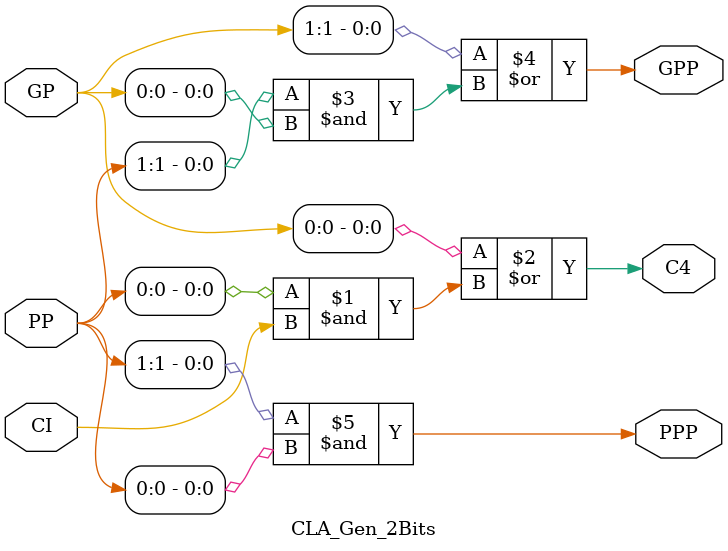
<source format=v>
module CLA_Gen_2Bits(PPP,GPP,C4,PP,GP,CI);
  output          PPP, GPP, C4;
  input  [1:0]    PP, GP;
  input           CI;
  assign C4=GP[0] | PP[0]&CI,
         GPP=GP[1] | PP[1]&GP[0],
         PPP=PP[1]&PP[0];
endmodule
</source>
